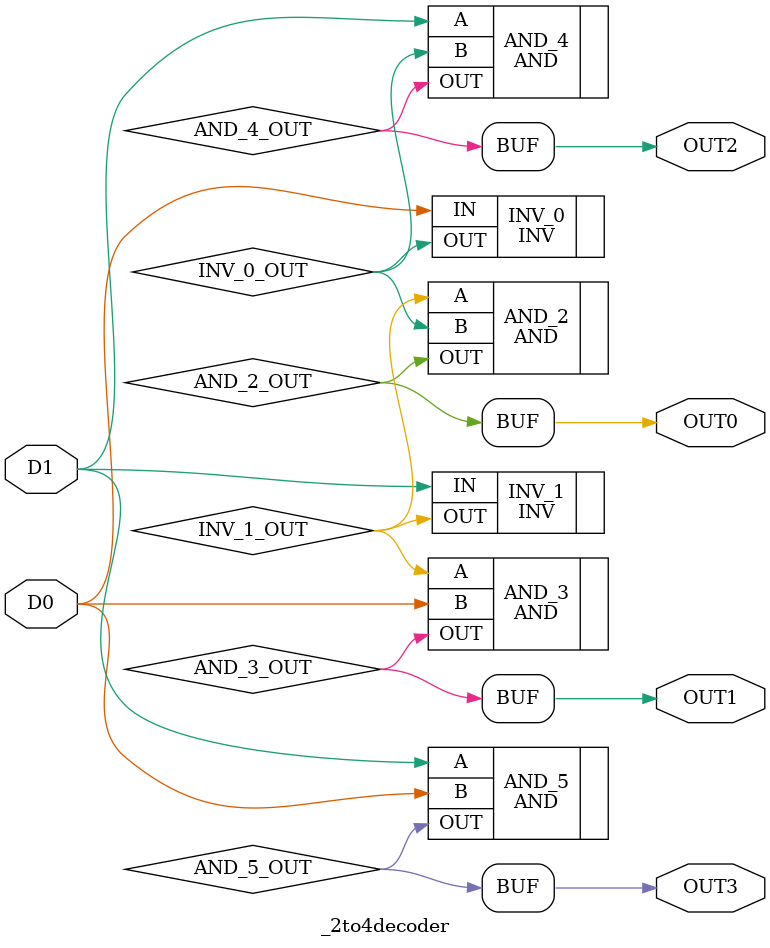
<source format=v>
module _2to4decoder(
	output OUT3,
	output OUT2,
	output OUT1,
	output OUT0,
	input D1,
	input D0
);

wire INV_0_OUT;
wire INV_1_OUT;
wire AND_2_OUT;
wire AND_3_OUT;
wire AND_4_OUT;
wire AND_5_OUT;

INV INV_0(
	.OUT (INV_0_OUT),
	.IN (D0)
);
	
INV INV_1(
	.OUT (INV_1_OUT),
	.IN (D1)
);
	
AND AND_2(
	.OUT (AND_2_OUT),
	.A (INV_1_OUT),
	.B (INV_0_OUT)
);
	
AND AND_3(
	.OUT (AND_3_OUT),
	.A (INV_1_OUT),
	.B (D0)
);
	
AND AND_4(
	.OUT (AND_4_OUT),
	.A (D1),
	.B (INV_0_OUT)
);
	
AND AND_5(
	.OUT (AND_5_OUT),
	.A (D1),
	.B (D0)
);
	
assign OUT3 = AND_5_OUT;
assign OUT2 = AND_4_OUT;
assign OUT1 = AND_3_OUT;
assign OUT0 = AND_2_OUT;

endmodule

</source>
